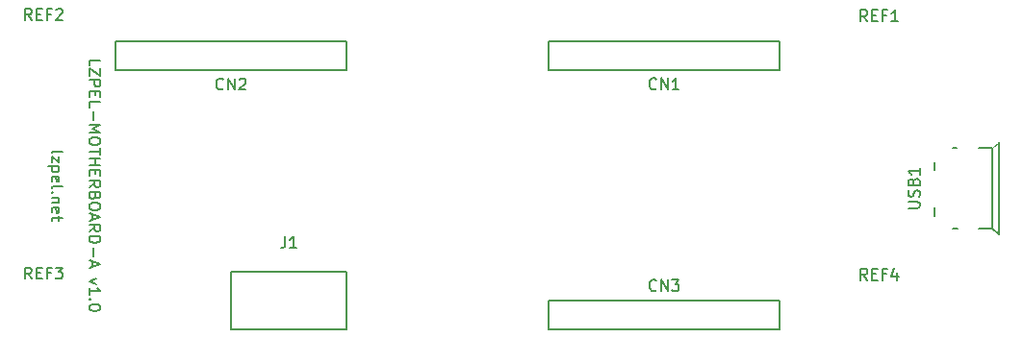
<source format=gto>
G04 #@! TF.GenerationSoftware,KiCad,Pcbnew,(5.1.7)-1*
G04 #@! TF.CreationDate,2020-12-20T14:57:21+09:00*
G04 #@! TF.ProjectId,pcbkicad,7063626b-6963-4616-942e-6b696361645f,rev?*
G04 #@! TF.SameCoordinates,Original*
G04 #@! TF.FileFunction,Legend,Top*
G04 #@! TF.FilePolarity,Positive*
%FSLAX46Y46*%
G04 Gerber Fmt 4.6, Leading zero omitted, Abs format (unit mm)*
G04 Created by KiCad (PCBNEW (5.1.7)-1) date 2020-12-20 14:57:21*
%MOMM*%
%LPD*%
G01*
G04 APERTURE LIST*
%ADD10C,0.150000*%
%ADD11C,0.127000*%
%ADD12C,0.100000*%
G04 APERTURE END LIST*
D10*
X109439119Y-79642880D02*
X109439119Y-79166690D01*
X110439119Y-79166690D01*
X110439119Y-79880976D02*
X110439119Y-80547642D01*
X109439119Y-79880976D01*
X109439119Y-80547642D01*
X109439119Y-80928595D02*
X110439119Y-80928595D01*
X110439119Y-81309547D01*
X110391500Y-81404785D01*
X110343880Y-81452404D01*
X110248642Y-81500023D01*
X110105785Y-81500023D01*
X110010547Y-81452404D01*
X109962928Y-81404785D01*
X109915309Y-81309547D01*
X109915309Y-80928595D01*
X109962928Y-81928595D02*
X109962928Y-82261928D01*
X109439119Y-82404785D02*
X109439119Y-81928595D01*
X110439119Y-81928595D01*
X110439119Y-82404785D01*
X109439119Y-83309547D02*
X109439119Y-82833357D01*
X110439119Y-82833357D01*
X109820071Y-83642880D02*
X109820071Y-84404785D01*
X109439119Y-84880976D02*
X110439119Y-84880976D01*
X109724833Y-85214309D01*
X110439119Y-85547642D01*
X109439119Y-85547642D01*
X110439119Y-86214309D02*
X110439119Y-86404785D01*
X110391500Y-86500023D01*
X110296261Y-86595261D01*
X110105785Y-86642880D01*
X109772452Y-86642880D01*
X109581976Y-86595261D01*
X109486738Y-86500023D01*
X109439119Y-86404785D01*
X109439119Y-86214309D01*
X109486738Y-86119071D01*
X109581976Y-86023833D01*
X109772452Y-85976214D01*
X110105785Y-85976214D01*
X110296261Y-86023833D01*
X110391500Y-86119071D01*
X110439119Y-86214309D01*
X110439119Y-86928595D02*
X110439119Y-87500023D01*
X109439119Y-87214309D02*
X110439119Y-87214309D01*
X109439119Y-87833357D02*
X110439119Y-87833357D01*
X109962928Y-87833357D02*
X109962928Y-88404785D01*
X109439119Y-88404785D02*
X110439119Y-88404785D01*
X109962928Y-88880976D02*
X109962928Y-89214309D01*
X109439119Y-89357166D02*
X109439119Y-88880976D01*
X110439119Y-88880976D01*
X110439119Y-89357166D01*
X109439119Y-90357166D02*
X109915309Y-90023833D01*
X109439119Y-89785738D02*
X110439119Y-89785738D01*
X110439119Y-90166690D01*
X110391500Y-90261928D01*
X110343880Y-90309547D01*
X110248642Y-90357166D01*
X110105785Y-90357166D01*
X110010547Y-90309547D01*
X109962928Y-90261928D01*
X109915309Y-90166690D01*
X109915309Y-89785738D01*
X109962928Y-91119071D02*
X109915309Y-91261928D01*
X109867690Y-91309547D01*
X109772452Y-91357166D01*
X109629595Y-91357166D01*
X109534357Y-91309547D01*
X109486738Y-91261928D01*
X109439119Y-91166690D01*
X109439119Y-90785738D01*
X110439119Y-90785738D01*
X110439119Y-91119071D01*
X110391500Y-91214309D01*
X110343880Y-91261928D01*
X110248642Y-91309547D01*
X110153404Y-91309547D01*
X110058166Y-91261928D01*
X110010547Y-91214309D01*
X109962928Y-91119071D01*
X109962928Y-90785738D01*
X110439119Y-91976214D02*
X110439119Y-92166690D01*
X110391500Y-92261928D01*
X110296261Y-92357166D01*
X110105785Y-92404785D01*
X109772452Y-92404785D01*
X109581976Y-92357166D01*
X109486738Y-92261928D01*
X109439119Y-92166690D01*
X109439119Y-91976214D01*
X109486738Y-91880976D01*
X109581976Y-91785738D01*
X109772452Y-91738119D01*
X110105785Y-91738119D01*
X110296261Y-91785738D01*
X110391500Y-91880976D01*
X110439119Y-91976214D01*
X109724833Y-92785738D02*
X109724833Y-93261928D01*
X109439119Y-92690500D02*
X110439119Y-93023833D01*
X109439119Y-93357166D01*
X109439119Y-94261928D02*
X109915309Y-93928595D01*
X109439119Y-93690500D02*
X110439119Y-93690500D01*
X110439119Y-94071452D01*
X110391500Y-94166690D01*
X110343880Y-94214309D01*
X110248642Y-94261928D01*
X110105785Y-94261928D01*
X110010547Y-94214309D01*
X109962928Y-94166690D01*
X109915309Y-94071452D01*
X109915309Y-93690500D01*
X109439119Y-94690500D02*
X110439119Y-94690500D01*
X110439119Y-94928595D01*
X110391500Y-95071452D01*
X110296261Y-95166690D01*
X110201023Y-95214309D01*
X110010547Y-95261928D01*
X109867690Y-95261928D01*
X109677214Y-95214309D01*
X109581976Y-95166690D01*
X109486738Y-95071452D01*
X109439119Y-94928595D01*
X109439119Y-94690500D01*
X109820071Y-95690500D02*
X109820071Y-96452404D01*
X109724833Y-96880976D02*
X109724833Y-97357166D01*
X109439119Y-96785738D02*
X110439119Y-97119071D01*
X109439119Y-97452404D01*
X110105785Y-98452404D02*
X109439119Y-98690500D01*
X110105785Y-98928595D01*
X109439119Y-99833357D02*
X109439119Y-99261928D01*
X109439119Y-99547642D02*
X110439119Y-99547642D01*
X110296261Y-99452404D01*
X110201023Y-99357166D01*
X110153404Y-99261928D01*
X109534357Y-100261928D02*
X109486738Y-100309547D01*
X109439119Y-100261928D01*
X109486738Y-100214309D01*
X109534357Y-100261928D01*
X109439119Y-100261928D01*
X110439119Y-100928595D02*
X110439119Y-101023833D01*
X110391500Y-101119071D01*
X110343880Y-101166690D01*
X110248642Y-101214309D01*
X110058166Y-101261928D01*
X109820071Y-101261928D01*
X109629595Y-101214309D01*
X109534357Y-101166690D01*
X109486738Y-101119071D01*
X109439119Y-101023833D01*
X109439119Y-100928595D01*
X109486738Y-100833357D01*
X109534357Y-100785738D01*
X109629595Y-100738119D01*
X109820071Y-100690500D01*
X110058166Y-100690500D01*
X110248642Y-100738119D01*
X110343880Y-100785738D01*
X110391500Y-100833357D01*
X110439119Y-100928595D01*
X106139119Y-87357166D02*
X106186738Y-87261928D01*
X106281976Y-87214309D01*
X107139119Y-87214309D01*
X106805785Y-87642880D02*
X106805785Y-88166690D01*
X106139119Y-87642880D01*
X106139119Y-88166690D01*
X106805785Y-88547642D02*
X105805785Y-88547642D01*
X106758166Y-88547642D02*
X106805785Y-88642880D01*
X106805785Y-88833357D01*
X106758166Y-88928595D01*
X106710547Y-88976214D01*
X106615309Y-89023833D01*
X106329595Y-89023833D01*
X106234357Y-88976214D01*
X106186738Y-88928595D01*
X106139119Y-88833357D01*
X106139119Y-88642880D01*
X106186738Y-88547642D01*
X106186738Y-89833357D02*
X106139119Y-89738119D01*
X106139119Y-89547642D01*
X106186738Y-89452404D01*
X106281976Y-89404785D01*
X106662928Y-89404785D01*
X106758166Y-89452404D01*
X106805785Y-89547642D01*
X106805785Y-89738119D01*
X106758166Y-89833357D01*
X106662928Y-89880976D01*
X106567690Y-89880976D01*
X106472452Y-89404785D01*
X106139119Y-90452404D02*
X106186738Y-90357166D01*
X106281976Y-90309547D01*
X107139119Y-90309547D01*
X106234357Y-90833357D02*
X106186738Y-90880976D01*
X106139119Y-90833357D01*
X106186738Y-90785738D01*
X106234357Y-90833357D01*
X106139119Y-90833357D01*
X106805785Y-91309547D02*
X106139119Y-91309547D01*
X106710547Y-91309547D02*
X106758166Y-91357166D01*
X106805785Y-91452404D01*
X106805785Y-91595261D01*
X106758166Y-91690500D01*
X106662928Y-91738119D01*
X106139119Y-91738119D01*
X106186738Y-92595261D02*
X106139119Y-92500023D01*
X106139119Y-92309547D01*
X106186738Y-92214309D01*
X106281976Y-92166690D01*
X106662928Y-92166690D01*
X106758166Y-92214309D01*
X106805785Y-92309547D01*
X106805785Y-92500023D01*
X106758166Y-92595261D01*
X106662928Y-92642880D01*
X106567690Y-92642880D01*
X106472452Y-92166690D01*
X106805785Y-92928595D02*
X106805785Y-93309547D01*
X107139119Y-93071452D02*
X106281976Y-93071452D01*
X106186738Y-93119071D01*
X106139119Y-93214309D01*
X106139119Y-93309547D01*
D11*
X188930000Y-94045000D02*
X189505000Y-94520000D01*
X188930000Y-94020000D02*
X188930000Y-86920000D01*
X189505000Y-94520000D02*
X189505000Y-86420000D01*
X183830000Y-92120000D02*
X183830000Y-92920000D01*
X183830000Y-88820000D02*
X183830000Y-88195000D01*
X185397300Y-86920000D02*
X185798620Y-86920000D01*
X187705000Y-86920000D02*
X188903880Y-86920000D01*
X188903880Y-94020000D02*
X187730000Y-94020000D01*
X185805000Y-94020000D02*
X185405280Y-94020000D01*
D12*
X188895000Y-86900000D02*
X189505000Y-86395000D01*
D11*
X132082000Y-97810000D02*
X132082000Y-102890000D01*
X132082000Y-102890000D02*
X121922000Y-102890000D01*
X121922000Y-102890000D02*
X121922000Y-97810000D01*
X121922000Y-97810000D02*
X132082000Y-97810000D01*
X170182000Y-100350000D02*
X170182000Y-102890000D01*
X170182000Y-102890000D02*
X149862000Y-102890000D01*
X149862000Y-102890000D02*
X149862000Y-100350000D01*
X149862000Y-100350000D02*
X170182000Y-100350000D01*
X149862000Y-77490500D02*
X170182000Y-77490500D01*
X149862000Y-80030500D02*
X149862000Y-77490500D01*
X170182000Y-80030500D02*
X149862000Y-80030500D01*
X170182000Y-77490500D02*
X170182000Y-80030500D01*
X132082000Y-80030500D02*
X111762000Y-80030500D01*
X132082000Y-77490500D02*
X132082000Y-80030500D01*
X111762000Y-77490500D02*
X132082000Y-77490500D01*
X111762000Y-80030500D02*
X111762000Y-77490500D01*
D10*
X104394380Y-75642880D02*
X104061047Y-75166690D01*
X103822952Y-75642880D02*
X103822952Y-74642880D01*
X104203904Y-74642880D01*
X104299142Y-74690500D01*
X104346761Y-74738119D01*
X104394380Y-74833357D01*
X104394380Y-74976214D01*
X104346761Y-75071452D01*
X104299142Y-75119071D01*
X104203904Y-75166690D01*
X103822952Y-75166690D01*
X104822952Y-75119071D02*
X105156285Y-75119071D01*
X105299142Y-75642880D02*
X104822952Y-75642880D01*
X104822952Y-74642880D01*
X105299142Y-74642880D01*
X106061047Y-75119071D02*
X105727714Y-75119071D01*
X105727714Y-75642880D02*
X105727714Y-74642880D01*
X106203904Y-74642880D01*
X106537238Y-74738119D02*
X106584857Y-74690500D01*
X106680095Y-74642880D01*
X106918190Y-74642880D01*
X107013428Y-74690500D01*
X107061047Y-74738119D01*
X107108666Y-74833357D01*
X107108666Y-74928595D01*
X107061047Y-75071452D01*
X106489619Y-75642880D01*
X107108666Y-75642880D01*
X104394380Y-98442380D02*
X104061047Y-97966190D01*
X103822952Y-98442380D02*
X103822952Y-97442380D01*
X104203904Y-97442380D01*
X104299142Y-97490000D01*
X104346761Y-97537619D01*
X104394380Y-97632857D01*
X104394380Y-97775714D01*
X104346761Y-97870952D01*
X104299142Y-97918571D01*
X104203904Y-97966190D01*
X103822952Y-97966190D01*
X104822952Y-97918571D02*
X105156285Y-97918571D01*
X105299142Y-98442380D02*
X104822952Y-98442380D01*
X104822952Y-97442380D01*
X105299142Y-97442380D01*
X106061047Y-97918571D02*
X105727714Y-97918571D01*
X105727714Y-98442380D02*
X105727714Y-97442380D01*
X106203904Y-97442380D01*
X106489619Y-97442380D02*
X107108666Y-97442380D01*
X106775333Y-97823333D01*
X106918190Y-97823333D01*
X107013428Y-97870952D01*
X107061047Y-97918571D01*
X107108666Y-98013809D01*
X107108666Y-98251904D01*
X107061047Y-98347142D01*
X107013428Y-98394761D01*
X106918190Y-98442380D01*
X106632476Y-98442380D01*
X106537238Y-98394761D01*
X106489619Y-98347142D01*
X177894380Y-75742880D02*
X177561047Y-75266690D01*
X177322952Y-75742880D02*
X177322952Y-74742880D01*
X177703904Y-74742880D01*
X177799142Y-74790500D01*
X177846761Y-74838119D01*
X177894380Y-74933357D01*
X177894380Y-75076214D01*
X177846761Y-75171452D01*
X177799142Y-75219071D01*
X177703904Y-75266690D01*
X177322952Y-75266690D01*
X178322952Y-75219071D02*
X178656285Y-75219071D01*
X178799142Y-75742880D02*
X178322952Y-75742880D01*
X178322952Y-74742880D01*
X178799142Y-74742880D01*
X179561047Y-75219071D02*
X179227714Y-75219071D01*
X179227714Y-75742880D02*
X179227714Y-74742880D01*
X179703904Y-74742880D01*
X180608666Y-75742880D02*
X180037238Y-75742880D01*
X180322952Y-75742880D02*
X180322952Y-74742880D01*
X180227714Y-74885738D01*
X180132476Y-74980976D01*
X180037238Y-75028595D01*
X177894380Y-98542380D02*
X177561047Y-98066190D01*
X177322952Y-98542380D02*
X177322952Y-97542380D01*
X177703904Y-97542380D01*
X177799142Y-97590000D01*
X177846761Y-97637619D01*
X177894380Y-97732857D01*
X177894380Y-97875714D01*
X177846761Y-97970952D01*
X177799142Y-98018571D01*
X177703904Y-98066190D01*
X177322952Y-98066190D01*
X178322952Y-98018571D02*
X178656285Y-98018571D01*
X178799142Y-98542380D02*
X178322952Y-98542380D01*
X178322952Y-97542380D01*
X178799142Y-97542380D01*
X179561047Y-98018571D02*
X179227714Y-98018571D01*
X179227714Y-98542380D02*
X179227714Y-97542380D01*
X179703904Y-97542380D01*
X180513428Y-97875714D02*
X180513428Y-98542380D01*
X180275333Y-97494761D02*
X180037238Y-98209047D01*
X180656285Y-98209047D01*
X181507380Y-92208095D02*
X182316904Y-92208095D01*
X182412142Y-92160476D01*
X182459761Y-92112857D01*
X182507380Y-92017619D01*
X182507380Y-91827142D01*
X182459761Y-91731904D01*
X182412142Y-91684285D01*
X182316904Y-91636666D01*
X181507380Y-91636666D01*
X182459761Y-91208095D02*
X182507380Y-91065238D01*
X182507380Y-90827142D01*
X182459761Y-90731904D01*
X182412142Y-90684285D01*
X182316904Y-90636666D01*
X182221666Y-90636666D01*
X182126428Y-90684285D01*
X182078809Y-90731904D01*
X182031190Y-90827142D01*
X181983571Y-91017619D01*
X181935952Y-91112857D01*
X181888333Y-91160476D01*
X181793095Y-91208095D01*
X181697857Y-91208095D01*
X181602619Y-91160476D01*
X181555000Y-91112857D01*
X181507380Y-91017619D01*
X181507380Y-90779523D01*
X181555000Y-90636666D01*
X181983571Y-89874761D02*
X182031190Y-89731904D01*
X182078809Y-89684285D01*
X182174047Y-89636666D01*
X182316904Y-89636666D01*
X182412142Y-89684285D01*
X182459761Y-89731904D01*
X182507380Y-89827142D01*
X182507380Y-90208095D01*
X181507380Y-90208095D01*
X181507380Y-89874761D01*
X181555000Y-89779523D01*
X181602619Y-89731904D01*
X181697857Y-89684285D01*
X181793095Y-89684285D01*
X181888333Y-89731904D01*
X181935952Y-89779523D01*
X181983571Y-89874761D01*
X181983571Y-90208095D01*
X182507380Y-88684285D02*
X182507380Y-89255714D01*
X182507380Y-88970000D02*
X181507380Y-88970000D01*
X181650238Y-89065238D01*
X181745476Y-89160476D01*
X181793095Y-89255714D01*
X126668666Y-94722380D02*
X126668666Y-95436666D01*
X126621047Y-95579523D01*
X126525809Y-95674761D01*
X126382952Y-95722380D01*
X126287714Y-95722380D01*
X127668666Y-95722380D02*
X127097238Y-95722380D01*
X127382952Y-95722380D02*
X127382952Y-94722380D01*
X127287714Y-94865238D01*
X127192476Y-94960476D01*
X127097238Y-95008095D01*
X159331523Y-99427142D02*
X159283904Y-99474761D01*
X159141047Y-99522380D01*
X159045809Y-99522380D01*
X158902952Y-99474761D01*
X158807714Y-99379523D01*
X158760095Y-99284285D01*
X158712476Y-99093809D01*
X158712476Y-98950952D01*
X158760095Y-98760476D01*
X158807714Y-98665238D01*
X158902952Y-98570000D01*
X159045809Y-98522380D01*
X159141047Y-98522380D01*
X159283904Y-98570000D01*
X159331523Y-98617619D01*
X159760095Y-99522380D02*
X159760095Y-98522380D01*
X160331523Y-99522380D01*
X160331523Y-98522380D01*
X160712476Y-98522380D02*
X161331523Y-98522380D01*
X160998190Y-98903333D01*
X161141047Y-98903333D01*
X161236285Y-98950952D01*
X161283904Y-98998571D01*
X161331523Y-99093809D01*
X161331523Y-99331904D01*
X161283904Y-99427142D01*
X161236285Y-99474761D01*
X161141047Y-99522380D01*
X160855333Y-99522380D01*
X160760095Y-99474761D01*
X160712476Y-99427142D01*
X159331523Y-81657642D02*
X159283904Y-81705261D01*
X159141047Y-81752880D01*
X159045809Y-81752880D01*
X158902952Y-81705261D01*
X158807714Y-81610023D01*
X158760095Y-81514785D01*
X158712476Y-81324309D01*
X158712476Y-81181452D01*
X158760095Y-80990976D01*
X158807714Y-80895738D01*
X158902952Y-80800500D01*
X159045809Y-80752880D01*
X159141047Y-80752880D01*
X159283904Y-80800500D01*
X159331523Y-80848119D01*
X159760095Y-81752880D02*
X159760095Y-80752880D01*
X160331523Y-81752880D01*
X160331523Y-80752880D01*
X161331523Y-81752880D02*
X160760095Y-81752880D01*
X161045809Y-81752880D02*
X161045809Y-80752880D01*
X160950571Y-80895738D01*
X160855333Y-80990976D01*
X160760095Y-81038595D01*
X121231523Y-81667642D02*
X121183904Y-81715261D01*
X121041047Y-81762880D01*
X120945809Y-81762880D01*
X120802952Y-81715261D01*
X120707714Y-81620023D01*
X120660095Y-81524785D01*
X120612476Y-81334309D01*
X120612476Y-81191452D01*
X120660095Y-81000976D01*
X120707714Y-80905738D01*
X120802952Y-80810500D01*
X120945809Y-80762880D01*
X121041047Y-80762880D01*
X121183904Y-80810500D01*
X121231523Y-80858119D01*
X121660095Y-81762880D02*
X121660095Y-80762880D01*
X122231523Y-81762880D01*
X122231523Y-80762880D01*
X122660095Y-80858119D02*
X122707714Y-80810500D01*
X122802952Y-80762880D01*
X123041047Y-80762880D01*
X123136285Y-80810500D01*
X123183904Y-80858119D01*
X123231523Y-80953357D01*
X123231523Y-81048595D01*
X123183904Y-81191452D01*
X122612476Y-81762880D01*
X123231523Y-81762880D01*
M02*

</source>
